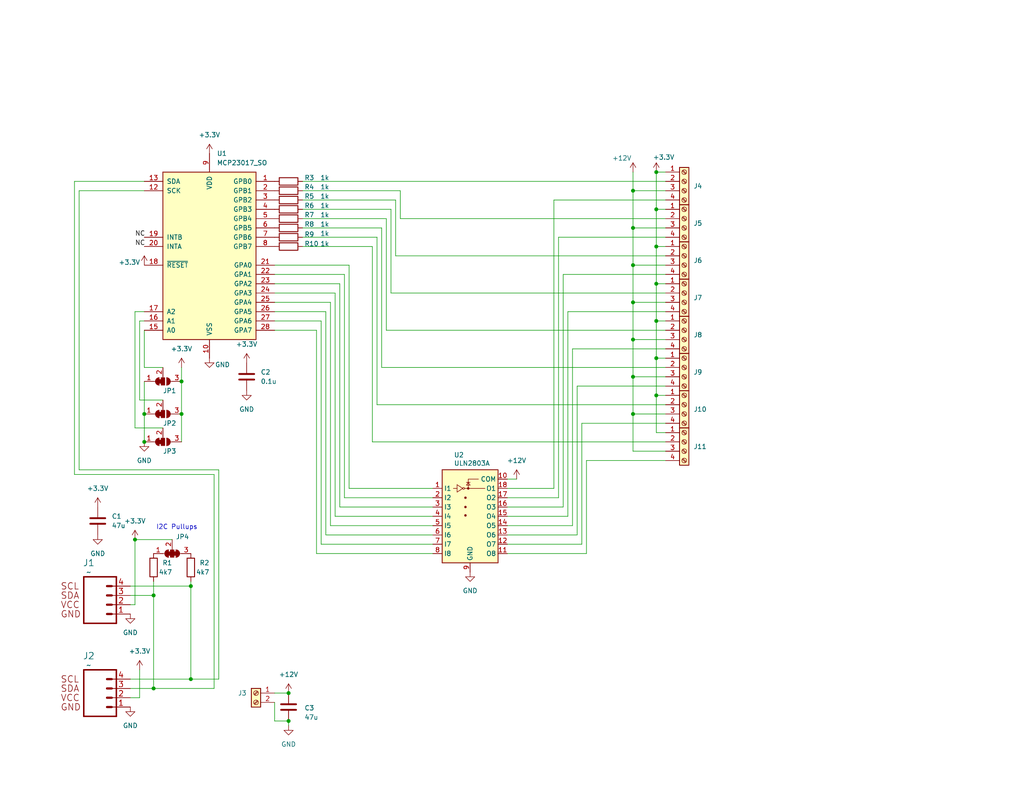
<source format=kicad_sch>
(kicad_sch (version 20250114) (generator "eeschema") (generator_version "9.0")
  (paper "USLetter")
  (title_block (title "Makeomatic 750 Button Board"))
  (lib_symbols
    (symbol "Connector:Screw_Terminal_01x02" (pin_names (offset 1.016) (hide yes))
      (property "Reference" "J" (at 0 2.54 0))
      (property "Value" "Screw_Terminal_01x02" (at 0 -5.08 0))
      (symbol "Screw_Terminal_01x02_1_1"
        (rectangle (start -1.27 1.27) (end 1.27 -3.81) (stroke (width 0.254)) (fill (type background)))
        (polyline (pts (xy -0.5334 0.3302) (xy 0.3302 -0.508)) (stroke (width 0.1524)))
        (polyline (pts (xy -0.5334 -2.2098) (xy 0.3302 -3.048)) (stroke (width 0.1524)))
        (polyline (pts (xy -0.3556 0.508) (xy 0.508 -0.3302)) (stroke (width 0.1524)))
        (polyline (pts (xy -0.3556 -2.032) (xy 0.508 -2.8702)) (stroke (width 0.1524)))
        (circle (center 0 0) (radius 0.635) (stroke (width 0.1524)))
        (circle (center 0 -2.54) (radius 0.635) (stroke (width 0.1524)))
        (pin passive line (at -5.08 0 0) (length 3.81) (name "Pin_1") (number "1"))
        (pin passive line (at -5.08 -2.54 0) (length 3.81) (name "Pin_2") (number "2"))
      )
    )
    (symbol "Connector:Screw_Terminal_01x04" (pin_names (offset 1.016) (hide yes))
      (property "Reference" "J" (at 0 5.08 0))
      (property "Value" "Screw_Terminal_01x04" (at 0 -7.62 0))
      (symbol "Screw_Terminal_01x04_1_1"
        (rectangle (start -1.27 3.81) (end 1.27 -6.35) (stroke (width 0.254)) (fill (type background)))
        (polyline (pts (xy -0.5334 2.8702) (xy 0.3302 2.032)) (stroke (width 0.1524)))
        (polyline (pts (xy -0.5334 0.3302) (xy 0.3302 -0.508)) (stroke (width 0.1524)))
        (polyline (pts (xy -0.5334 -2.2098) (xy 0.3302 -3.048)) (stroke (width 0.1524)))
        (polyline (pts (xy -0.5334 -4.7498) (xy 0.3302 -5.588)) (stroke (width 0.1524)))
        (polyline (pts (xy -0.3556 3.048) (xy 0.508 2.2098)) (stroke (width 0.1524)))
        (polyline (pts (xy -0.3556 0.508) (xy 0.508 -0.3302)) (stroke (width 0.1524)))
        (polyline (pts (xy -0.3556 -2.032) (xy 0.508 -2.8702)) (stroke (width 0.1524)))
        (polyline (pts (xy -0.3556 -4.572) (xy 0.508 -5.4102)) (stroke (width 0.1524)))
        (circle (center 0 2.54) (radius 0.635) (stroke (width 0.1524)))
        (circle (center 0 0) (radius 0.635) (stroke (width 0.1524)))
        (circle (center 0 -2.54) (radius 0.635) (stroke (width 0.1524)))
        (circle (center 0 -5.08) (radius 0.635) (stroke (width 0.1524)))
        (pin passive line (at -5.08 2.54 0) (length 3.81) (name "Pin_1") (number "1"))
        (pin passive line (at -5.08 0 0) (length 3.81) (name "Pin_2") (number "2"))
        (pin passive line (at -5.08 -2.54 0) (length 3.81) (name "Pin_3") (number "3"))
        (pin passive line (at -5.08 -5.08 0) (length 3.81) (name "Pin_4") (number "4"))
      )
    )
    (symbol "Device:C" (pin_numbers (hide yes)) (pin_names (offset 0.254))
      (property "Reference" "C" (at 0.635 2.54 0))
      (property "Value" "C" (at 0.635 -2.54 0))
      (symbol "C_0_1"
        (polyline (pts (xy -2.032 0.762) (xy 2.032 0.762)) (stroke (width 0.508)))
        (polyline (pts (xy -2.032 -0.762) (xy 2.032 -0.762)) (stroke (width 0.508)))
      )
      (symbol "C_1_1"
        (pin passive line (at 0 3.81 270) (length 2.794) (name "~") (number "1"))
        (pin passive line (at 0 -3.81 90) (length 2.794) (name "~") (number "2"))
      )
    )
    (symbol "Device:R" (pin_numbers (hide yes)) (pin_names (offset 0))
      (property "Reference" "R" (at 2.032 0 90))
      (property "Value" "R" (at 0 0 90))
      (symbol "R_0_1"
        (rectangle (start -1.016 -2.54) (end 1.016 2.54) (stroke (width 0.254)))
      )
      (symbol "R_1_1"
        (pin passive line (at 0 3.81 270) (length 1.27) (name "~") (number "1"))
        (pin passive line (at 0 -3.81 90) (length 1.27) (name "~") (number "2"))
      )
    )
    (symbol "Interface_Expansion:MCP23017_SO" (pin_names (offset 1.016))
      (property "Reference" "U" (at -11.43 24.13 0))
      (property "Value" "MCP23017_SO" (at 0 0 0))
      (symbol "MCP23017_SO_0_1"
        (rectangle (start -12.7 22.86) (end 12.7 -22.86) (stroke (width 0.254)) (fill (type background)))
      )
      (symbol "MCP23017_SO_1_1"
        (pin bidirectional line (at -17.78 20.32 0) (length 5.08) (name "SDA") (number "13"))
        (pin input line (at -17.78 17.78 0) (length 5.08) (name "SCK") (number "12"))
        (pin tri_state line (at -17.78 5.08 0) (length 5.08) (name "INTB") (number "19"))
        (pin tri_state line (at -17.78 2.54 0) (length 5.08) (name "INTA") (number "20"))
        (pin input line (at -17.78 -2.54 0) (length 5.08) (name "~{RESET}") (number "18"))
        (pin input line (at -17.78 -15.24 0) (length 5.08) (name "A2") (number "17"))
        (pin input line (at -17.78 -17.78 0) (length 5.08) (name "A1") (number "16"))
        (pin input line (at -17.78 -20.32 0) (length 5.08) (name "A0") (number "15"))
        (pin no_connect line (at -12.7 15.24 0) (length 5.08) (hide yes) (name "NC") (number "11"))
        (pin no_connect line (at -12.7 12.7 0) (length 5.08) (hide yes) (name "NC") (number "14"))
        (pin power_in line (at 0 27.94 270) (length 5.08) (name "VDD") (number "9"))
        (pin power_in line (at 0 -27.94 90) (length 5.08) (name "VSS") (number "10"))
        (pin bidirectional line (at 17.78 20.32 180) (length 5.08) (name "GPB0") (number "1"))
        (pin bidirectional line (at 17.78 17.78 180) (length 5.08) (name "GPB1") (number "2"))
        (pin bidirectional line (at 17.78 15.24 180) (length 5.08) (name "GPB2") (number "3"))
        (pin bidirectional line (at 17.78 12.7 180) (length 5.08) (name "GPB3") (number "4"))
        (pin bidirectional line (at 17.78 10.16 180) (length 5.08) (name "GPB4") (number "5"))
        (pin bidirectional line (at 17.78 7.62 180) (length 5.08) (name "GPB5") (number "6"))
        (pin bidirectional line (at 17.78 5.08 180) (length 5.08) (name "GPB6") (number "7"))
        (pin bidirectional line (at 17.78 2.54 180) (length 5.08) (name "GPB7") (number "8"))
        (pin bidirectional line (at 17.78 -2.54 180) (length 5.08) (name "GPA0") (number "21"))
        (pin bidirectional line (at 17.78 -5.08 180) (length 5.08) (name "GPA1") (number "22"))
        (pin bidirectional line (at 17.78 -7.62 180) (length 5.08) (name "GPA2") (number "23"))
        (pin bidirectional line (at 17.78 -10.16 180) (length 5.08) (name "GPA3") (number "24"))
        (pin bidirectional line (at 17.78 -12.7 180) (length 5.08) (name "GPA4") (number "25"))
        (pin bidirectional line (at 17.78 -15.24 180) (length 5.08) (name "GPA5") (number "26"))
        (pin bidirectional line (at 17.78 -17.78 180) (length 5.08) (name "GPA6") (number "27"))
        (pin bidirectional line (at 17.78 -20.32 180) (length 5.08) (name "GPA7") (number "28"))
      )
    )
    (symbol "Jumper:SolderJumper_3_Bridged12" (pin_names (offset 0) (hide yes))
      (property "Reference" "JP" (at -2.54 -2.54 0))
      (property "Value" "SolderJumper_3_Bridged12" (at 0 2.794 0))
      (symbol "SolderJumper_3_Bridged12_0_1"
        (polyline (pts (xy -2.54 0) (xy -2.032 0)))
        (polyline (pts (xy -1.016 1.016) (xy -1.016 -1.016)))
        (rectangle (start -1.016 0.508) (end -0.508 -0.508) (fill (type outline)))
        (arc (start -1.016 -1.016) (mid -2.0275 0) (end -1.016 1.016))
        (arc (start -1.016 -1.016) (mid -2.0275 0) (end -1.016 1.016) (fill (type outline)))
        (rectangle (start -0.508 1.016) (end 0.508 -1.016) (fill (type outline)))
        (polyline (pts (xy 0 -1.27) (xy 0 -1.016)))
        (arc (start 1.016 1.016) (mid 2.0275 0) (end 1.016 -1.016))
        (arc (start 1.016 1.016) (mid 2.0275 0) (end 1.016 -1.016) (fill (type outline)))
        (polyline (pts (xy 1.016 1.016) (xy 1.016 -1.016)))
        (polyline (pts (xy 2.54 0) (xy 2.032 0)))
      )
      (symbol "SolderJumper_3_Bridged12_1_1"
        (pin passive line (at -5.08 0 0) (length 2.54) (name "A") (number "1"))
        (pin passive line (at 0 -3.81 90) (length 2.54) (name "C") (number "2"))
        (pin passive line (at 5.08 0 180) (length 2.54) (name "B") (number "3"))
      )
    )
    (symbol "Jumper:SolderJumper_3_Bridged123" (pin_names (offset 0) (hide yes)) (in_bom no)
      (property "Reference" "JP" (at -2.54 -2.54 0))
      (property "Value" "SolderJumper_3_Bridged123" (at 0 2.794 0))
      (symbol "SolderJumper_3_Bridged123_0_1"
        (polyline (pts (xy -2.54 0) (xy -2.032 0)))
        (polyline (pts (xy -1.016 1.016) (xy -1.016 -1.016)))
        (rectangle (start -1.016 0.508) (end -0.508 -0.508) (fill (type outline)))
        (arc (start -1.016 -1.016) (mid -2.0276 0) (end -1.016 1.016))
        (arc (start -1.016 -1.016) (mid -2.0276 0) (end -1.016 1.016) (fill (type outline)))
        (rectangle (start -0.508 1.016) (end 0.508 -1.016) (fill (type outline)))
        (polyline (pts (xy 0 -1.27) (xy 0 -1.016)))
        (rectangle (start 0.508 0.508) (end 1.016 -0.508) (fill (type outline)))
        (arc (start 1.016 1.016) (mid 2.0276 0) (end 1.016 -1.016))
        (arc (start 1.016 1.016) (mid 2.0276 0) (end 1.016 -1.016) (fill (type outline)))
        (polyline (pts (xy 1.016 1.016) (xy 1.016 -1.016)))
        (polyline (pts (xy 2.54 0) (xy 2.032 0)))
      )
      (symbol "SolderJumper_3_Bridged123_1_1"
        (pin passive line (at -5.08 0 0) (length 2.54) (name "A") (number "1"))
        (pin passive line (at 0 -3.81 90) (length 2.54) (name "C") (number "2"))
        (pin passive line (at 5.08 0 180) (length 2.54) (name "B") (number "3"))
      )
    )
    (symbol "SparkFun-Connectors:QWIIC_CONNECTOR"
      (property "Reference" "J1" (at -0.635 11.43 0))
      (property "Value" "~" (at -0.635 8.89 0))
      (symbol "QWIIC_CONNECTOR_1_0"
        (polyline (pts (xy -5.08 7.62) (xy -5.08 -5.08)) (stroke (width 0.4064)))
        (polyline (pts (xy -5.08 7.62) (xy 3.81 7.62)) (stroke (width 0.4064)))
        (polyline (pts (xy 1.27 5.08) (xy 2.54 5.08)) (stroke (width 0.6096)))
        (polyline (pts (xy 1.27 2.54) (xy 2.54 2.54)) (stroke (width 0.6096)))
        (polyline (pts (xy 1.27 0) (xy 2.54 0)) (stroke (width 0.6096)))
        (polyline (pts (xy 1.27 -2.54) (xy 2.54 -2.54)) (stroke (width 0.6096)))
        (polyline (pts (xy 3.81 -5.08) (xy -5.08 -5.08)) (stroke (width 0.4064)))
        (polyline (pts (xy 3.81 -5.08) (xy 3.81 7.62)) (stroke (width 0.4064)))
        (text "SCL" (at -11.43 5.08 0) (effects (font (size 1.778 1.778)) (justify left)))
        (text "SDA" (at -11.43 2.54 0) (effects (font (size 1.778 1.778)) (justify left)))
        (text "VCC" (at -11.43 0 0) (effects (font (size 1.778 1.778)) (justify left)))
        (text "GND" (at -11.43 -2.54 0) (effects (font (size 1.778 1.778)) (justify left)))
        (pin passive line (at 7.62 5.08 180) (length 5.08) (name "4") (number "4"))
        (pin passive line (at 7.62 2.54 180) (length 5.08) (name "3") (number "3"))
        (pin power_in line (at 7.62 0 180) (length 5.08) (name "2") (number "2"))
        (pin power_in line (at 7.62 -2.54 180) (length 5.08) (name "1") (number "1"))
      )
    )
    (symbol "Transistor_Array:ULN2803A"
      (property "Reference" "U" (at 0 13.335 0))
      (property "Value" "ULN2803A" (at 0 11.43 0))
      (symbol "ULN2803A_0_1"
        (rectangle (start -7.62 -15.24) (end 7.62 10.16) (stroke (width 0.254)) (fill (type background)))
        (polyline (pts (xy -4.572 5.08) (xy -3.556 5.08)))
        (polyline (pts (xy -3.556 6.096) (xy -3.556 4.064) (xy -2.032 5.08) (xy -3.556 6.096)))
        (circle (center -1.778 5.08) (radius 0.254))
        (polyline (pts (xy -1.524 5.08) (xy 4.064 5.08)))
        (circle (center -1.27 2.54) (radius 0.254) (fill (type outline)))
        (circle (center -1.27 0) (radius 0.254) (fill (type outline)))
        (circle (center -1.27 -2.286) (radius 0.254) (fill (type outline)))
        (circle (center -0.508 5.08) (radius 0.254) (fill (type outline)))
        (polyline (pts (xy -0.508 5.08) (xy -0.508 7.62) (xy 2.286 7.62)))
        (polyline (pts (xy 0 6.731) (xy -1.016 6.731)))
        (polyline (pts (xy 0 5.969) (xy -1.016 5.969) (xy -0.508 6.731) (xy 0 5.969)))
      )
      (symbol "ULN2803A_1_1"
        (pin input line (at -10.16 5.08 0) (length 2.54) (name "I1") (number "1"))
        (pin input line (at -10.16 2.54 0) (length 2.54) (name "I2") (number "2"))
        (pin input line (at -10.16 0 0) (length 2.54) (name "I3") (number "3"))
        (pin input line (at -10.16 -2.54 0) (length 2.54) (name "I4") (number "4"))
        (pin input line (at -10.16 -5.08 0) (length 2.54) (name "I5") (number "5"))
        (pin input line (at -10.16 -7.62 0) (length 2.54) (name "I6") (number "6"))
        (pin input line (at -10.16 -10.16 0) (length 2.54) (name "I7") (number "7"))
        (pin input line (at -10.16 -12.7 0) (length 2.54) (name "I8") (number "8"))
        (pin power_in line (at 0 -17.78 90) (length 2.54) (name "GND") (number "9"))
        (pin passive line (at 10.16 7.62 180) (length 2.54) (name "COM") (number "10"))
        (pin open_collector line (at 10.16 5.08 180) (length 2.54) (name "O1") (number "18"))
        (pin open_collector line (at 10.16 2.54 180) (length 2.54) (name "O2") (number "17"))
        (pin open_collector line (at 10.16 0 180) (length 2.54) (name "O3") (number "16"))
        (pin open_collector line (at 10.16 -2.54 180) (length 2.54) (name "O4") (number "15"))
        (pin open_collector line (at 10.16 -5.08 180) (length 2.54) (name "O5") (number "14"))
        (pin open_collector line (at 10.16 -7.62 180) (length 2.54) (name "O6") (number "13"))
        (pin open_collector line (at 10.16 -10.16 180) (length 2.54) (name "O7") (number "12"))
        (pin open_collector line (at 10.16 -12.7 180) (length 2.54) (name "O8") (number "11"))
      )
    )
    (symbol "power:+12V" (power) (pin_names (offset 0))
      (property "Value" "+12V" (at 0 3.556 0))
      (symbol "+12V_0_1"
        (polyline (pts (xy -0.762 1.27) (xy 0 2.54)))
        (polyline (pts (xy 0 2.54) (xy 0.762 1.27)))
        (polyline (pts (xy 0 0) (xy 0 2.54)))
      )
      (symbol "+12V_1_1"
        (pin power_in line (at 0 0 90) (length 0) (hide yes) (name "+12V") (number "1"))
      )
    )
    (symbol "power:+3.3V" (power) (pin_names (offset 0))
      (property "Value" "+3.3V" (at 0 3.556 0))
      (symbol "+3.3V_0_1"
        (polyline (pts (xy -0.762 1.27) (xy 0 2.54)))
        (polyline (pts (xy 0 2.54) (xy 0.762 1.27)))
        (polyline (pts (xy 0 0) (xy 0 2.54)))
      )
      (symbol "+3.3V_1_1"
        (pin power_in line (at 0 0 90) (length 0) (hide yes) (name "+3.3V") (number "1"))
      )
    )
    (symbol "power:GND" (power) (pin_names (offset 0))
      (property "Value" "GND" (at 0 -3.81 0))
      (symbol "GND_0_1"
        (polyline (pts (xy 0 0) (xy 0 -1.27) (xy 1.27 -1.27) (xy 0 -2.54) (xy -1.27 -1.27) (xy 0 -1.27)))
      )
      (symbol "GND_1_1"
        (pin power_in line (at 0 0 270) (length 0) (hide yes) (name "GND") (number "1"))
      )
    )
  )
  (text "I2C Pullups" (at 48.26 144.018 0) (effects (font (size 1.27 1.27))))
  (junction (at 41.91 162.56))
  (junction (at 179.07 97.79))
  (junction (at 179.07 87.63))
  (junction (at 179.07 107.95))
  (junction (at 41.91 187.96))
  (junction (at 49.53 104.14))
  (junction (at 179.07 67.31))
  (junction (at 172.72 113.03))
  (junction (at 172.72 82.55))
  (junction (at 179.07 57.15))
  (junction (at 172.72 102.87))
  (junction (at 172.72 92.71))
  (junction (at 78.74 189.23))
  (junction (at 172.72 72.39))
  (junction (at 78.74 196.85))
  (junction (at 49.53 113.03))
  (junction (at 172.72 52.07))
  (junction (at 36.83 147.32))
  (junction (at 39.37 113.03))
  (junction (at 172.72 62.23))
  (junction (at 179.07 46.99))
  (junction (at 179.07 77.47))
  (junction (at 52.07 160.02))
  (junction (at 39.37 120.65))
  (junction (at 52.07 185.42))
  (wire (pts (xy 87.63 87.63) (xy 74.93 87.63)))
  (wire (pts (xy 107.95 54.61) (xy 107.95 69.85)))
  (wire (pts (xy 118.11 148.59) (xy 87.63 148.59)))
  (wire (pts (xy 172.72 46.99) (xy 172.72 52.07)))
  (wire (pts (xy 58.42 187.96) (xy 41.91 187.96)))
  (wire (pts (xy 181.61 64.77) (xy 152.4 64.77)))
  (wire (pts (xy 179.07 46.99) (xy 181.61 46.99)))
  (wire (pts (xy 92.71 77.47) (xy 74.93 77.47)))
  (wire (pts (xy 106.68 57.15) (xy 106.68 80.01)))
  (wire (pts (xy 82.55 64.77) (xy 102.87 64.77)))
  (wire (pts (xy 101.6 120.65) (xy 181.61 120.65)))
  (wire (pts (xy 92.71 138.43) (xy 92.71 77.47)))
  (wire (pts (xy 172.72 123.19) (xy 181.61 123.19)))
  (wire (pts (xy 138.43 148.59) (xy 158.75 148.59)))
  (wire (pts (xy 109.22 52.07) (xy 109.22 59.69)))
  (wire (pts (xy 140.97 130.81) (xy 138.43 130.81)))
  (wire (pts (xy 106.68 80.01) (xy 181.61 80.01)))
  (wire (pts (xy 179.07 107.95) (xy 181.61 107.95)))
  (wire (pts (xy 181.61 125.73) (xy 160.02 125.73)))
  (wire (pts (xy 172.72 113.03) (xy 181.61 113.03)))
  (wire (pts (xy 20.32 129.54) (xy 58.42 129.54)))
  (wire (pts (xy 88.9 146.05) (xy 118.11 146.05)))
  (wire (pts (xy 39.37 90.17) (xy 39.37 100.33)))
  (wire (pts (xy 35.56 160.02) (xy 52.07 160.02)))
  (wire (pts (xy 82.55 54.61) (xy 107.95 54.61)))
  (wire (pts (xy 91.44 140.97) (xy 118.11 140.97)))
  (wire (pts (xy 59.69 185.42) (xy 59.69 128.27)))
  (wire (pts (xy 41.91 162.56) (xy 41.91 187.96)))
  (wire (pts (xy 104.14 62.23) (xy 104.14 100.33)))
  (wire (pts (xy 172.72 52.07) (xy 181.61 52.07)))
  (wire (pts (xy 88.9 85.09) (xy 88.9 146.05)))
  (wire (pts (xy 118.11 138.43) (xy 92.71 138.43)))
  (wire (pts (xy 152.4 64.77) (xy 152.4 135.89)))
  (wire (pts (xy 156.21 143.51) (xy 156.21 95.25)))
  (wire (pts (xy 93.98 135.89) (xy 93.98 74.93)))
  (wire (pts (xy 36.83 165.1) (xy 35.56 165.1)))
  (wire (pts (xy 172.72 62.23) (xy 181.61 62.23)))
  (wire (pts (xy 172.72 113.03) (xy 172.72 123.19)))
  (wire (pts (xy 138.43 138.43) (xy 153.67 138.43)))
  (wire (pts (xy 105.41 59.69) (xy 105.41 90.17)))
  (wire (pts (xy 181.61 105.41) (xy 157.48 105.41)))
  (wire (pts (xy 107.95 69.85) (xy 181.61 69.85)))
  (wire (pts (xy 102.87 110.49) (xy 181.61 110.49)))
  (wire (pts (xy 52.07 185.42) (xy 59.69 185.42)))
  (wire (pts (xy 21.59 52.07) (xy 39.37 52.07)))
  (wire (pts (xy 160.02 125.73) (xy 160.02 151.13)))
  (wire (pts (xy 49.53 100.33) (xy 49.53 104.14)))
  (wire (pts (xy 95.25 133.35) (xy 118.11 133.35)))
  (wire (pts (xy 36.83 147.32) (xy 36.83 165.1)))
  (wire (pts (xy 156.21 95.25) (xy 181.61 95.25)))
  (wire (pts (xy 39.37 85.09) (xy 36.83 85.09)))
  (wire (pts (xy 82.55 49.53) (xy 181.61 49.53)))
  (wire (pts (xy 44.45 109.22) (xy 38.1 109.22)))
  (wire (pts (xy 172.72 72.39) (xy 181.61 72.39)))
  (wire (pts (xy 179.07 57.15) (xy 181.61 57.15)))
  (wire (pts (xy 172.72 82.55) (xy 172.72 92.71)))
  (wire (pts (xy 39.37 113.03) (xy 39.37 120.65)))
  (wire (pts (xy 181.61 85.09) (xy 154.94 85.09)))
  (wire (pts (xy 52.07 158.75) (xy 52.07 160.02)))
  (wire (pts (xy 153.67 74.93) (xy 181.61 74.93)))
  (wire (pts (xy 172.72 72.39) (xy 172.72 82.55)))
  (wire (pts (xy 82.55 59.69) (xy 105.41 59.69)))
  (wire (pts (xy 172.72 62.23) (xy 172.72 72.39)))
  (wire (pts (xy 74.93 80.01) (xy 91.44 80.01)))
  (wire (pts (xy 82.55 52.07) (xy 109.22 52.07)))
  (wire (pts (xy 179.07 97.79) (xy 179.07 107.95)))
  (wire (pts (xy 138.43 133.35) (xy 151.13 133.35)))
  (wire (pts (xy 158.75 148.59) (xy 158.75 115.57)))
  (wire (pts (xy 39.37 100.33) (xy 44.45 100.33)))
  (wire (pts (xy 38.1 109.22) (xy 38.1 87.63)))
  (wire (pts (xy 35.56 162.56) (xy 41.91 162.56)))
  (wire (pts (xy 138.43 143.51) (xy 156.21 143.51)))
  (wire (pts (xy 154.94 140.97) (xy 138.43 140.97)))
  (wire (pts (xy 59.69 128.27) (xy 21.59 128.27)))
  (wire (pts (xy 39.37 104.14) (xy 39.37 113.03)))
  (wire (pts (xy 74.93 85.09) (xy 88.9 85.09)))
  (wire (pts (xy 172.72 102.87) (xy 172.72 113.03)))
  (wire (pts (xy 102.87 64.77) (xy 102.87 110.49)))
  (wire (pts (xy 157.48 105.41) (xy 157.48 146.05)))
  (wire (pts (xy 101.6 67.31) (xy 101.6 120.65)))
  (wire (pts (xy 87.63 148.59) (xy 87.63 87.63)))
  (wire (pts (xy 90.17 82.55) (xy 74.93 82.55)))
  (wire (pts (xy 91.44 80.01) (xy 91.44 140.97)))
  (wire (pts (xy 86.36 90.17) (xy 86.36 151.13)))
  (wire (pts (xy 74.93 196.85) (xy 74.93 191.77)))
  (wire (pts (xy 39.37 49.53) (xy 20.32 49.53)))
  (wire (pts (xy 179.07 97.79) (xy 181.61 97.79)))
  (wire (pts (xy 179.07 107.95) (xy 179.07 118.11)))
  (wire (pts (xy 82.55 67.31) (xy 101.6 67.31)))
  (wire (pts (xy 179.07 46.99) (xy 179.07 57.15)))
  (wire (pts (xy 36.83 85.09) (xy 36.83 116.84)))
  (wire (pts (xy 49.53 104.14) (xy 49.53 113.03)))
  (wire (pts (xy 151.13 54.61) (xy 181.61 54.61)))
  (wire (pts (xy 160.02 151.13) (xy 138.43 151.13)))
  (wire (pts (xy 172.72 82.55) (xy 181.61 82.55)))
  (wire (pts (xy 172.72 52.07) (xy 172.72 62.23)))
  (wire (pts (xy 109.22 59.69) (xy 181.61 59.69)))
  (wire (pts (xy 35.56 185.42) (xy 52.07 185.42)))
  (wire (pts (xy 172.72 102.87) (xy 181.61 102.87)))
  (wire (pts (xy 152.4 135.89) (xy 138.43 135.89)))
  (wire (pts (xy 179.07 57.15) (xy 179.07 67.31)))
  (wire (pts (xy 74.93 72.39) (xy 95.25 72.39)))
  (wire (pts (xy 105.41 90.17) (xy 181.61 90.17)))
  (wire (pts (xy 179.07 118.11) (xy 181.61 118.11)))
  (wire (pts (xy 74.93 90.17) (xy 86.36 90.17)))
  (wire (pts (xy 38.1 182.88) (xy 38.1 190.5)))
  (wire (pts (xy 104.14 100.33) (xy 181.61 100.33)))
  (wire (pts (xy 35.56 187.96) (xy 41.91 187.96)))
  (wire (pts (xy 158.75 115.57) (xy 181.61 115.57)))
  (wire (pts (xy 118.11 143.51) (xy 90.17 143.51)))
  (wire (pts (xy 151.13 133.35) (xy 151.13 54.61)))
  (wire (pts (xy 179.07 67.31) (xy 181.61 67.31)))
  (wire (pts (xy 82.55 57.15) (xy 106.68 57.15)))
  (wire (pts (xy 36.83 116.84) (xy 44.45 116.84)))
  (wire (pts (xy 20.32 49.53) (xy 20.32 129.54)))
  (wire (pts (xy 78.74 198.12) (xy 78.74 196.85)))
  (wire (pts (xy 154.94 85.09) (xy 154.94 140.97)))
  (wire (pts (xy 21.59 128.27) (xy 21.59 52.07)))
  (wire (pts (xy 172.72 92.71) (xy 181.61 92.71)))
  (wire (pts (xy 78.74 196.85) (xy 74.93 196.85)))
  (wire (pts (xy 38.1 190.5) (xy 35.56 190.5)))
  (wire (pts (xy 95.25 72.39) (xy 95.25 133.35)))
  (wire (pts (xy 90.17 143.51) (xy 90.17 82.55)))
  (wire (pts (xy 179.07 67.31) (xy 179.07 77.47)))
  (wire (pts (xy 153.67 138.43) (xy 153.67 74.93)))
  (wire (pts (xy 38.1 87.63) (xy 39.37 87.63)))
  (wire (pts (xy 157.48 146.05) (xy 138.43 146.05)))
  (wire (pts (xy 58.42 129.54) (xy 58.42 187.96)))
  (wire (pts (xy 179.07 87.63) (xy 179.07 97.79)))
  (wire (pts (xy 118.11 135.89) (xy 93.98 135.89)))
  (wire (pts (xy 52.07 160.02) (xy 52.07 185.42)))
  (wire (pts (xy 179.07 77.47) (xy 179.07 87.63)))
  (wire (pts (xy 74.93 189.23) (xy 78.74 189.23)))
  (wire (pts (xy 179.07 87.63) (xy 181.61 87.63)))
  (wire (pts (xy 86.36 151.13) (xy 118.11 151.13)))
  (wire (pts (xy 179.07 77.47) (xy 181.61 77.47)))
  (wire (pts (xy 93.98 74.93) (xy 74.93 74.93)))
  (wire (pts (xy 172.72 92.71) (xy 172.72 102.87)))
  (wire (pts (xy 49.53 113.03) (xy 49.53 120.65)))
  (wire (pts (xy 36.83 147.32) (xy 46.99 147.32)))
  (wire (pts (xy 82.55 62.23) (xy 104.14 62.23)))
  (wire (pts (xy 41.91 158.75) (xy 41.91 162.56)))
  (label "NC" (at 36.83 67.31 0))
  (label "NC" (at 36.83 64.77 0))
  (symbol (lib_id "Connector:Screw_Terminal_01x04") (at 186.69 80.01 0) (unit 1)
    (property "Reference" "J7" (at 189.23 81.2799 0) (effects (justify left)))
    (property "Value" "Screw_Terminal_01x04" (effects (hide yes)))
    (property "Footprint" "TerminalBlock_Phoenix:TerminalBlock_Phoenix_MKDS-1,5-4-5.08_1x04_P5.08mm_Horizontal" (effects (hide yes)))
    (property "Description" "Generic screw terminal, single row, 01x04, script generated (kicad-library-utils/schlib/autogen/connector/)" (effects (hide yes)))
  )
  (symbol (lib_id "Connector:Screw_Terminal_01x04") (at 186.69 90.17 0) (unit 1)
    (property "Reference" "J8" (at 189.23 91.4399 0) (effects (justify left)))
    (property "Value" "Screw_Terminal_01x04" (effects (hide yes)))
    (property "Footprint" "TerminalBlock_Phoenix:TerminalBlock_Phoenix_MKDS-1,5-4-5.08_1x04_P5.08mm_Horizontal" (effects (hide yes)))
    (property "Description" "Generic screw terminal, single row, 01x04, script generated (kicad-library-utils/schlib/autogen/connector/)" (effects (hide yes)))
  )
  (symbol (lib_id "Jumper:SolderJumper_3_Bridged123") (at 46.99 151.13 0) (mirror x) (unit 1) (in_bom no)
    (property "Reference" "JP4" (at 49.784 146.558 0))
    (property "Value" "SolderJumper_3_Bridged123" (effects (hide yes)))
    (property "Footprint" "Jumper:SolderJumper-3_P1.3mm_Bridged123_RoundedPad1.0x1.5mm_NumberLabels" (effects (hide yes)))
    (property "Description" "Solder Jumper, 3-pole, pins 1+2+3 closed/bridged" (effects (hide yes)))
  )
  (symbol (lib_id "Device:C") (at 26.67 142.24 0) (unit 1)
    (property "Reference" "C1" (at 30.48 140.9699 0) (effects (justify left)))
    (property "Value" "47u" (at 30.48 143.5099 0) (effects (justify left)))
    (property "Footprint" "Capacitor_THT:C_Radial_D6.3mm_H11.0mm_P2.50mm" (effects (hide yes)))
    (property "Datasheet" "50YXM47MEFR6.3X11" (effects (hide yes)))
  )
  (symbol (lib_id "Device:R") (at 78.74 49.53 270) (unit 1)
    (property "Reference" "R3" (at 83.058 48.514 90) (effects (justify left)))
    (property "Value" "1k" (at 87.376 48.514 90) (effects (justify left)))
    (property "Footprint" "Resistor_SMD:R_0805_2012Metric" (effects (hide yes)))
  )
  (symbol (lib_id "Device:R") (at 78.74 52.07 270) (unit 1)
    (property "Reference" "R4" (at 83.058 51.054 90) (effects (justify left)))
    (property "Value" "1k" (at 87.376 51.054 90) (effects (justify left)))
    (property "Footprint" "Resistor_SMD:R_0805_2012Metric" (effects (hide yes)))
  )
  (symbol (lib_id "power:+3.3V") (at 67.31 99.06 0) (unit 1)
    (property "Reference" "#PWR012" (effects (hide yes)))
    (property "Value" "+3.3V" (at 67.31 93.98 0))
  )
  (symbol (lib_id "power:+3.3V") (at 49.53 100.33 0) (unit 1)
    (property "Reference" "#PWR09" (effects (hide yes)))
    (property "Value" "+3.3V" (at 49.53 95.25 0))
  )
  (symbol (lib_id "power:GND") (at 35.56 193.04 0) (unit 1)
    (property "Reference" "#PWR04" (effects (hide yes)))
    (property "Value" "GND" (at 35.56 198.12 0))
  )
  (symbol (lib_id "Transistor_Array:ULN2803A") (at 128.27 138.43 0) (unit 1)
    (property "Reference" "U2" (at 125.222 124.206 0))
    (property "Value" "ULN2803A" (at 128.778 126.492 0))
    (property "Footprint" "Package_SO:SOP-18_7.495x11.515mm_P1.27mm" (effects (hide yes)))
    (property "Datasheet" "http://www.ti.com/lit/ds/symlink/uln2803a.pdf" (effects (hide yes)))
    (property "Description" "Darlington Transistor Arrays, SOIC18" (effects (hide yes)))
  )
  (symbol (lib_id "Device:R") (at 78.74 59.69 270) (unit 1)
    (property "Reference" "R7" (at 83.058 58.674 90) (effects (justify left)))
    (property "Value" "1k" (at 87.376 58.674 90) (effects (justify left)))
    (property "Footprint" "Resistor_SMD:R_0805_2012Metric" (effects (hide yes)))
  )
  (symbol (lib_id "Connector:Screw_Terminal_01x02") (at 69.85 189.23 0) (mirror y) (unit 1)
    (property "Reference" "J3" (at 67.31 189.2299 0) (effects (justify left)))
    (property "Value" "Screw_Terminal_01x02" (effects (hide yes)))
    (property "Footprint" "TerminalBlock_Phoenix:TerminalBlock_Phoenix_MKDS-1,5-2-5.08_1x02_P5.08mm_Horizontal" (effects (hide yes)))
    (property "Description" "Generic screw terminal, single row, 01x02, script generated (kicad-library-utils/schlib/autogen/connector/)" (effects (hide yes)))
  )
  (symbol (lib_id "power:GND") (at 57.15 97.79 0) (unit 1)
    (property "Reference" "#PWR011" (effects (hide yes)))
    (property "Value" "GND" (at 60.706 99.568 0))
  )
  (symbol (lib_id "power:GND") (at 39.37 120.65 0) (unit 1)
    (property "Reference" "#PWR08" (effects (hide yes)))
    (property "Value" "GND" (at 39.37 125.73 0))
  )
  (symbol (lib_id "Connector:Screw_Terminal_01x04") (at 186.69 69.85 0) (unit 1)
    (property "Reference" "J6" (at 189.23 71.1199 0) (effects (justify left)))
    (property "Value" "Screw_Terminal_01x04" (effects (hide yes)))
    (property "Footprint" "TerminalBlock_Phoenix:TerminalBlock_Phoenix_MKDS-1,5-4-5.08_1x04_P5.08mm_Horizontal" (effects (hide yes)))
    (property "Description" "Generic screw terminal, single row, 01x04, script generated (kicad-library-utils/schlib/autogen/connector/)" (effects (hide yes)))
  )
  (symbol (lib_id "power:+12V") (at 172.72 46.99 0) (unit 1)
    (property "Reference" "#PWR018" (effects (hide yes)))
    (property "Value" "+12V" (at 169.672 43.18 0))
  )
  (symbol (lib_id "Jumper:SolderJumper_3_Bridged12") (at 44.45 120.65 0) (mirror x) (unit 1)
    (property "Reference" "JP3" (at 44.4501 123.19 0) (effects (justify left)))
    (property "Value" "SolderJumper_3_Bridged12" (effects (hide yes)))
    (property "Footprint" "Jumper:SolderJumper-3_P1.3mm_Bridged12_RoundedPad1.0x1.5mm_NumberLabels" (effects (hide yes)))
  )
  (symbol (lib_id "Device:C") (at 67.31 102.87 0) (unit 1)
    (property "Reference" "C2" (at 71.12 101.5999 0) (effects (justify left)))
    (property "Value" "0.1u" (at 71.12 104.1399 0) (effects (justify left)))
    (property "Footprint" "Capacitor_SMD:C_0805_2012Metric" (effects (hide yes)))
  )
  (symbol (lib_id "power:GND") (at 78.74 198.12 0) (unit 1)
    (property "Reference" "#PWR015" (effects (hide yes)))
    (property "Value" "GND" (at 78.74 203.2 0))
  )
  (symbol (lib_id "power:GND") (at 35.56 167.64 0) (unit 1)
    (property "Reference" "#PWR03" (effects (hide yes)))
    (property "Value" "GND" (at 35.56 172.72 0))
  )
  (symbol (lib_id "Device:R") (at 78.74 64.77 270) (unit 1)
    (property "Reference" "R9" (at 83.058 64.008 90) (effects (justify left)))
    (property "Value" "1k" (at 87.376 63.754 90) (effects (justify left)))
    (property "Footprint" "Resistor_SMD:R_0805_2012Metric" (effects (hide yes)))
  )
  (symbol (lib_id "Device:R") (at 52.07 154.94 180) (unit 1)
    (property "Reference" "R2" (at 57.15 153.67 0) (effects (justify left)))
    (property "Value" "4k7" (at 57.15 156.21 0) (effects (justify left)))
    (property "Footprint" "Resistor_SMD:R_0805_2012Metric" (effects (hide yes)))
  )
  (symbol (lib_id "Device:C") (at 78.74 193.04 0) (unit 1)
    (property "Reference" "C3" (at 83.058 193.294 0) (effects (justify left)))
    (property "Value" "47u" (at 83.058 195.834 0) (effects (justify left)))
    (property "Footprint" "Capacitor_THT:C_Radial_D6.3mm_H11.0mm_P2.50mm" (effects (hide yes)))
  )
  (symbol (lib_id "Device:R") (at 78.74 57.15 270) (unit 1)
    (property "Reference" "R6" (at 83.058 56.134 90) (effects (justify left)))
    (property "Value" "1k" (at 87.376 56.134 90) (effects (justify left)))
    (property "Footprint" "Resistor_SMD:R_0805_2012Metric" (effects (hide yes)))
  )
  (symbol (lib_id "Jumper:SolderJumper_3_Bridged12") (at 44.45 113.03 0) (mirror x) (unit 1)
    (property "Reference" "JP2" (at 44.4501 115.57 0) (effects (justify left)))
    (property "Value" "SolderJumper_3_Bridged12" (effects (hide yes)))
    (property "Footprint" "Jumper:SolderJumper-3_P1.3mm_Bridged12_RoundedPad1.0x1.5mm_NumberLabels" (effects (hide yes)))
  )
  (symbol (lib_id "power:GND") (at 128.27 156.21 0) (unit 1)
    (property "Reference" "#PWR016" (effects (hide yes)))
    (property "Value" "GND" (at 128.27 161.29 0))
  )
  (symbol (lib_id "power:+3.3V") (at 179.07 46.99 0) (unit 1)
    (property "Reference" "#PWR019" (effects (hide yes)))
    (property "Value" "+3.3V" (at 181.102 42.926 0))
  )
  (symbol (lib_id "Device:R") (at 78.74 54.61 270) (unit 1)
    (property "Reference" "R5" (at 83.058 53.594 90) (effects (justify left)))
    (property "Value" "1k" (at 87.376 53.594 90) (effects (justify left)))
    (property "Footprint" "Resistor_SMD:R_0805_2012Metric" (effects (hide yes)))
  )
  (symbol (lib_id "Interface_Expansion:MCP23017_SO") (at 57.15 69.85 0) (unit 1)
    (property "Reference" "U1" (at 59.1694 41.91 0) (effects (justify left)))
    (property "Value" "MCP23017_SO" (at 59.1694 44.45 0) (effects (justify left)))
    (property "Footprint" "Package_SO:SOIC-28W_7.5x17.9mm_P1.27mm" (effects (hide yes)))
    (property "Datasheet" "http://ww1.microchip.com/downloads/en/DeviceDoc/20001952C.pdf" (effects (hide yes)))
  )
  (symbol (lib_id "power:+3.3V") (at 57.15 41.91 0) (unit 1)
    (property "Reference" "#PWR010" (effects (hide yes)))
    (property "Value" "+3.3V" (at 57.15 36.83 0))
  )
  (symbol (lib_id "power:GND") (at 26.67 146.05 0) (unit 1)
    (property "Reference" "#PWR02" (effects (hide yes)))
    (property "Value" "GND" (at 26.67 151.13 0))
  )
  (symbol (lib_id "power:+12V") (at 140.97 130.81 0) (unit 1)
    (property "Reference" "#PWR017" (effects (hide yes)))
    (property "Value" "+12V" (at 140.97 125.73 0))
  )
  (symbol (lib_id "Connector:Screw_Terminal_01x04") (at 186.69 59.69 0) (unit 1)
    (property "Reference" "J5" (at 189.23 60.9599 0) (effects (justify left)))
    (property "Value" "Screw_Terminal_01x04" (effects (hide yes)))
    (property "Footprint" "TerminalBlock_Phoenix:TerminalBlock_Phoenix_MKDS-1,5-4-5.08_1x04_P5.08mm_Horizontal" (effects (hide yes)))
    (property "Description" "Generic screw terminal, single row, 01x04, script generated (kicad-library-utils/schlib/autogen/connector/)" (effects (hide yes)))
  )
  (symbol (lib_id "Connector:Screw_Terminal_01x04") (at 186.69 120.65 0) (unit 1)
    (property "Reference" "J11" (at 189.23 121.9199 0) (effects (justify left)))
    (property "Value" "Screw_Terminal_01x04" (effects (hide yes)))
    (property "Footprint" "TerminalBlock_Phoenix:TerminalBlock_Phoenix_MKDS-1,5-4-5.08_1x04_P5.08mm_Horizontal" (effects (hide yes)))
    (property "Description" "Generic screw terminal, single row, 01x04, script generated (kicad-library-utils/schlib/autogen/connector/)" (effects (hide yes)))
  )
  (symbol (lib_id "power:+12V") (at 78.74 189.23 0) (unit 1)
    (property "Reference" "#PWR014" (effects (hide yes)))
    (property "Value" "+12V" (at 78.74 184.15 0))
  )
  (symbol (lib_id "power:+3.3V") (at 36.83 147.32 0) (unit 1)
    (property "Reference" "#PWR05" (effects (hide yes)))
    (property "Value" "+3.3V" (at 36.83 142.24 0))
  )
  (symbol (lib_id "Connector:Screw_Terminal_01x04") (at 186.69 49.53 0) (unit 1)
    (property "Reference" "J4" (at 189.23 50.7999 0) (effects (justify left)))
    (property "Value" "Screw_Terminal_01x04" (effects (hide yes)))
    (property "Footprint" "TerminalBlock_Phoenix:TerminalBlock_Phoenix_MKDS-1,5-4-5.08_1x04_P5.08mm_Horizontal" (effects (hide yes)))
    (property "Description" "Generic screw terminal, single row, 01x04, script generated (kicad-library-utils/schlib/autogen/connector/)" (effects (hide yes)))
  )
  (symbol (lib_id "power:GND") (at 67.31 106.68 0) (unit 1)
    (property "Reference" "#PWR013" (effects (hide yes)))
    (property "Value" "GND" (at 67.31 111.76 0))
  )
  (symbol (lib_id "SparkFun-Connectors:QWIIC_CONNECTOR") (at 27.94 165.1 0) (unit 1)
    (property "Reference" "J1" (at 24.2316 153.67 0) (effects (font (size 1.778 1.778))))
    (property "Value" "~" (at 24.2316 156.21 0) (effects (font (size 1.778 1.778))))
    (property "Footprint" "1x04_RA_SMD" (effects (hide yes)))
    (property "Description" "SparkFun I2C Standard Qwiic Connector An SMD 1mm pitch JST connector makes it easy and quick (get it? Qwiic?) to connect I2C devices to each other. The Qwiic system enables fast and solderless connection between popular platforms and various sensors and actuators.\n\nWe carry 200mm, 100mm, 50mm, and breadboard friendly Qwiic cables. We also offer 10 pcs strips the SMD connectors." (effects (hide yes)))
  )
  (symbol (lib_id "Jumper:SolderJumper_3_Bridged12") (at 44.45 104.14 0) (mirror x) (unit 1)
    (property "Reference" "JP1" (at 44.4501 106.68 0) (effects (justify left)))
    (property "Value" "SolderJumper_3_Bridged12" (effects (hide yes)))
    (property "Footprint" "Jumper:SolderJumper-3_P1.3mm_Bridged12_RoundedPad1.0x1.5mm_NumberLabels" (effects (hide yes)))
  )
  (symbol (lib_id "SparkFun-Connectors:QWIIC_CONNECTOR") (at 27.94 190.5 0) (unit 1)
    (property "Reference" "J2" (at 24.2316 179.07 0) (effects (font (size 1.778 1.778))))
    (property "Value" "~" (at 24.2316 181.61 0) (effects (font (size 1.778 1.778))))
    (property "Footprint" "1x04_RA_SMD" (effects (hide yes)))
    (property "Description" "SparkFun I2C Standard Qwiic Connector An SMD 1mm pitch JST connector makes it easy and quick (get it? Qwiic?) to connect I2C devices to each other. The Qwiic system enables fast and solderless connection between popular platforms and various sensors and actuators.\n\nWe carry 200mm, 100mm, 50mm, and breadboard friendly Qwiic cables. We also offer 10 pcs strips the SMD connectors." (effects (hide yes)))
  )
  (symbol (lib_id "Connector:Screw_Terminal_01x04") (at 186.69 110.49 0) (unit 1)
    (property "Reference" "J10" (at 189.23 111.7599 0) (effects (justify left)))
    (property "Value" "Screw_Terminal_01x04" (effects (hide yes)))
    (property "Footprint" "TerminalBlock_Phoenix:TerminalBlock_Phoenix_MKDS-1,5-4-5.08_1x04_P5.08mm_Horizontal" (effects (hide yes)))
    (property "Description" "Generic screw terminal, single row, 01x04, script generated (kicad-library-utils/schlib/autogen/connector/)" (effects (hide yes)))
  )
  (symbol (lib_id "power:+3.3V") (at 26.67 138.43 0) (unit 1)
    (property "Reference" "#PWR01" (effects (hide yes)))
    (property "Value" "+3.3V" (at 26.67 133.35 0))
  )
  (symbol (lib_id "Device:R") (at 78.74 62.23 270) (unit 1)
    (property "Reference" "R8" (at 83.058 61.214 90) (effects (justify left)))
    (property "Value" "1k" (at 87.376 61.214 90) (effects (justify left)))
    (property "Footprint" "Resistor_SMD:R_0805_2012Metric" (effects (hide yes)))
  )
  (symbol (lib_id "Connector:Screw_Terminal_01x04") (at 186.69 100.33 0) (unit 1)
    (property "Reference" "J9" (at 189.23 101.5999 0) (effects (justify left)))
    (property "Value" "Screw_Terminal_01x04" (effects (hide yes)))
    (property "Footprint" "TerminalBlock_Phoenix:TerminalBlock_Phoenix_MKDS-1,5-4-5.08_1x04_P5.08mm_Horizontal" (effects (hide yes)))
    (property "Description" "Generic screw terminal, single row, 01x04, script generated (kicad-library-utils/schlib/autogen/connector/)" (effects (hide yes)))
  )
  (symbol (lib_id "Device:R") (at 78.74 67.31 270) (unit 1)
    (property "Reference" "R10" (at 83.058 66.548 90) (effects (justify left)))
    (property "Value" "1k" (at 87.376 66.548 90) (effects (justify left)))
    (property "Footprint" "Resistor_SMD:R_0805_2012Metric" (effects (hide yes)))
  )
  (symbol (lib_id "power:+3.3V") (at 38.1 182.88 0) (unit 1)
    (property "Reference" "#PWR06" (effects (hide yes)))
    (property "Value" "+3.3V" (at 38.1 177.8 0))
  )
  (symbol (lib_id "Device:R") (at 41.91 154.94 180) (unit 1)
    (property "Reference" "R1" (at 46.99 153.67 0) (effects (justify left)))
    (property "Value" "4k7" (at 46.99 156.21 0) (effects (justify left)))
    (property "Footprint" "Resistor_SMD:R_0805_2012Metric" (effects (hide yes)))
  )
  (symbol (lib_id "power:+3.3V") (at 39.37 72.39 0) (unit 1)
    (property "Reference" "#PWR07" (effects (hide yes)))
    (property "Value" "+3.3V" (at 35.306 71.628 0))
  )
)
</source>
